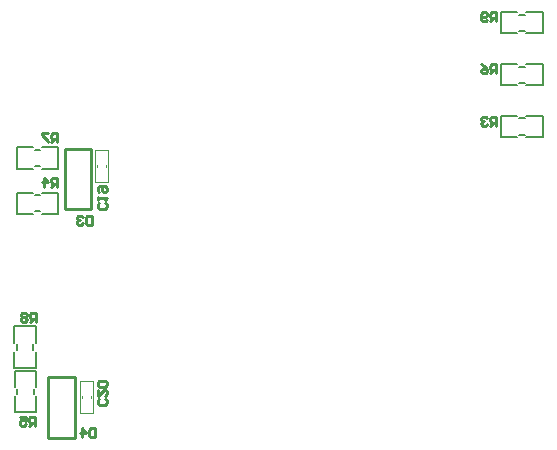
<source format=gbo>
G04*
G04 #@! TF.GenerationSoftware,Altium Limited,Altium Designer,20.2.6 (244)*
G04*
G04 Layer_Color=32896*
%FSLAX24Y24*%
%MOIN*%
G70*
G04*
G04 #@! TF.SameCoordinates,10DCDC14-C833-4712-9BA6-5F063841230D*
G04*
G04*
G04 #@! TF.FilePolarity,Positive*
G04*
G01*
G75*
%ADD12C,0.0040*%
%ADD15C,0.0079*%
%ADD17C,0.0100*%
%ADD18C,0.0070*%
D12*
X6330Y6065D02*
X6790D01*
Y4995D02*
Y6065D01*
X6330Y4995D02*
X6790D01*
X6330D02*
Y6065D01*
X6400Y5495D02*
Y5575D01*
X6720Y5495D02*
Y5575D01*
X6830Y13765D02*
X7290D01*
Y12695D02*
Y13765D01*
X6830Y12695D02*
X7290D01*
X6830D02*
Y13765D01*
X6900Y13195D02*
Y13275D01*
X7220Y13195D02*
Y13275D01*
D15*
X4170Y6409D02*
X4880D01*
Y5864D02*
Y6409D01*
X4170Y5864D02*
Y6409D01*
Y5031D02*
Y5559D01*
Y5031D02*
X4880D01*
Y5559D01*
X4156Y7887D02*
X4866D01*
Y7342D02*
Y7887D01*
X4156Y7342D02*
Y7887D01*
Y6509D02*
Y7037D01*
Y6509D02*
X4866D01*
Y7037D01*
X4231Y11630D02*
X4759D01*
X4231D02*
Y12340D01*
X4759D01*
X5064D02*
X5609D01*
X5064Y11630D02*
X5609D01*
Y12340D01*
X5081Y13850D02*
X5609D01*
Y13140D02*
Y13850D01*
X5081Y13140D02*
X5609D01*
X4231D02*
X4776D01*
X4231Y13850D02*
X4776D01*
X4231Y13140D02*
Y13850D01*
X21759Y14190D02*
Y14900D01*
X21214Y14190D02*
X21759D01*
X21214Y14900D02*
X21759D01*
X20381D02*
X20909D01*
X20381Y14190D02*
Y14900D01*
Y14190D02*
X20909D01*
X21759Y15920D02*
Y16630D01*
X21214Y15920D02*
X21759D01*
X21214Y16630D02*
X21759D01*
X20381D02*
X20909D01*
X20381Y15920D02*
Y16630D01*
Y15920D02*
X20909D01*
X21759Y17650D02*
Y18360D01*
X21214Y17650D02*
X21759D01*
X21214Y18360D02*
X21759D01*
X20381D02*
X20909D01*
X20381Y17650D02*
Y18360D01*
Y17650D02*
X20909D01*
D17*
X5310Y6191D02*
X6160D01*
Y4171D02*
Y4841D01*
X5290Y4171D02*
Y6191D01*
Y4171D02*
X6160D01*
Y4841D02*
Y6191D01*
X6720Y12451D02*
Y13801D01*
X5850Y11781D02*
X6720D01*
X5850D02*
Y13801D01*
X6720Y11781D02*
Y12451D01*
X5870Y13801D02*
X6720D01*
X7190Y5470D02*
X7240Y5420D01*
Y5320D01*
X7190Y5270D01*
X6990D01*
X6940Y5320D01*
Y5420D01*
X6990Y5470D01*
X6940Y5770D02*
Y5570D01*
X7140Y5770D01*
X7190D01*
X7240Y5720D01*
Y5620D01*
X7190Y5570D01*
Y5870D02*
X7240Y5920D01*
Y6020D01*
X7190Y6070D01*
X6990D01*
X6940Y6020D01*
Y5920D01*
X6990Y5870D01*
X7190D01*
Y12005D02*
X7240Y11955D01*
Y11855D01*
X7190Y11805D01*
X6990D01*
X6940Y11855D01*
Y11955D01*
X6990Y12005D01*
X6940Y12105D02*
Y12205D01*
Y12155D01*
X7240D01*
X7190Y12105D01*
X6990Y12355D02*
X6940Y12405D01*
Y12505D01*
X6990Y12555D01*
X7190D01*
X7240Y12505D01*
Y12405D01*
X7190Y12355D01*
X7140D01*
X7090Y12405D01*
Y12555D01*
X20220Y18050D02*
Y18350D01*
X20070D01*
X20020Y18300D01*
Y18200D01*
X20070Y18150D01*
X20220D01*
X20120D02*
X20020Y18050D01*
X19920Y18100D02*
X19870Y18050D01*
X19770D01*
X19720Y18100D01*
Y18300D01*
X19770Y18350D01*
X19870D01*
X19920Y18300D01*
Y18250D01*
X19870Y18200D01*
X19720D01*
X4860Y8040D02*
Y8340D01*
X4710D01*
X4660Y8290D01*
Y8190D01*
X4710Y8140D01*
X4860D01*
X4760D02*
X4660Y8040D01*
X4560Y8290D02*
X4510Y8340D01*
X4410D01*
X4360Y8290D01*
Y8240D01*
X4410Y8190D01*
X4360Y8140D01*
Y8090D01*
X4410Y8040D01*
X4510D01*
X4560Y8090D01*
Y8140D01*
X4510Y8190D01*
X4560Y8240D01*
Y8290D01*
X4510Y8190D02*
X4410D01*
X5580Y14020D02*
Y14320D01*
X5430D01*
X5380Y14270D01*
Y14170D01*
X5430Y14120D01*
X5580D01*
X5480D02*
X5380Y14020D01*
X5280Y14320D02*
X5080D01*
Y14270D01*
X5280Y14070D01*
Y14020D01*
X20220Y16320D02*
Y16620D01*
X20070D01*
X20020Y16570D01*
Y16470D01*
X20070Y16420D01*
X20220D01*
X20120D02*
X20020Y16320D01*
X19720Y16620D02*
X19820Y16570D01*
X19920Y16470D01*
Y16370D01*
X19870Y16320D01*
X19770D01*
X19720Y16370D01*
Y16420D01*
X19770Y16470D01*
X19920D01*
X4840Y4570D02*
Y4870D01*
X4690D01*
X4640Y4820D01*
Y4720D01*
X4690Y4670D01*
X4840D01*
X4740D02*
X4640Y4570D01*
X4340Y4870D02*
X4540D01*
Y4720D01*
X4440Y4770D01*
X4390D01*
X4340Y4720D01*
Y4620D01*
X4390Y4570D01*
X4490D01*
X4540Y4620D01*
X5590Y12540D02*
Y12840D01*
X5440D01*
X5390Y12790D01*
Y12690D01*
X5440Y12640D01*
X5590D01*
X5490D02*
X5390Y12540D01*
X5140D02*
Y12840D01*
X5290Y12690D01*
X5090D01*
X20220Y14580D02*
Y14880D01*
X20070D01*
X20020Y14830D01*
Y14730D01*
X20070Y14680D01*
X20220D01*
X20120D02*
X20020Y14580D01*
X19920Y14830D02*
X19870Y14880D01*
X19770D01*
X19720Y14830D01*
Y14780D01*
X19770Y14730D01*
X19820D01*
X19770D01*
X19720Y14680D01*
Y14630D01*
X19770Y14580D01*
X19870D01*
X19920Y14630D01*
X6850Y4490D02*
Y4190D01*
X6700D01*
X6650Y4240D01*
Y4440D01*
X6700Y4490D01*
X6850D01*
X6400Y4190D02*
Y4490D01*
X6550Y4340D01*
X6350D01*
X6730Y11580D02*
Y11280D01*
X6580D01*
X6530Y11330D01*
Y11530D01*
X6580Y11580D01*
X6730D01*
X6430Y11530D02*
X6380Y11580D01*
X6280D01*
X6230Y11530D01*
Y11480D01*
X6280Y11430D01*
X6330D01*
X6280D01*
X6230Y11380D01*
Y11330D01*
X6280Y11280D01*
X6380D01*
X6430Y11330D01*
D18*
X4254Y5628D02*
Y5808D01*
X4794Y5628D02*
Y5808D01*
X4240Y7106D02*
Y7286D01*
X4780Y7106D02*
Y7286D01*
X4828Y11716D02*
X5008D01*
X4828Y12256D02*
X5008D01*
X4832Y13764D02*
X5012D01*
X4832Y13224D02*
X5012D01*
X20978Y14816D02*
X21158D01*
X20978Y14276D02*
X21158D01*
X20978Y16546D02*
X21158D01*
X20978Y16006D02*
X21158D01*
X20978Y18276D02*
X21158D01*
X20978Y17736D02*
X21158D01*
M02*

</source>
